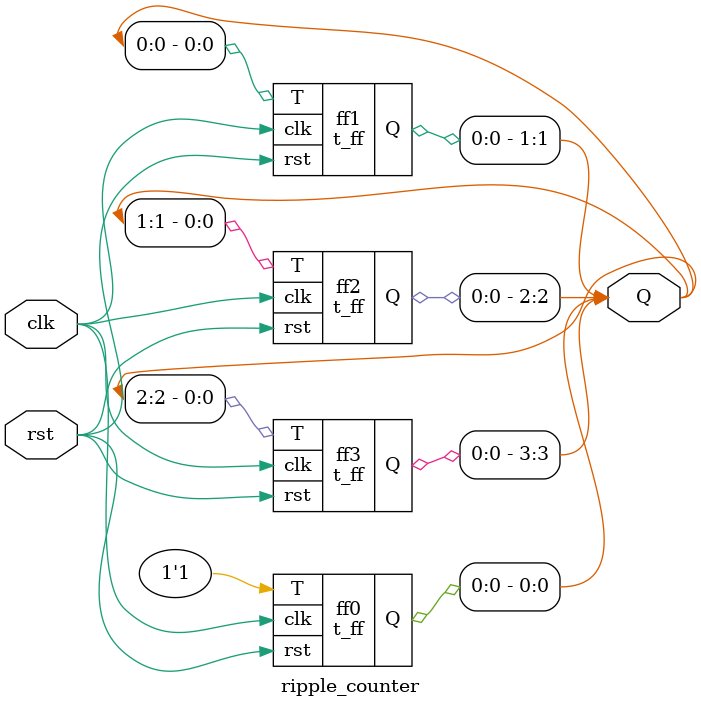
<source format=v>
module t_ff(input T, input clk, input rst, output reg Q);
    always @(posedge clk or posedge rst)
        if (rst) Q <= 0;
        else if (T) Q <= ~Q;
endmodule

module ripple_counter(input clk, input rst, output [3:0] Q);
    wire t1, t2, t3;
    t_ff ff0(1'b1, clk, rst, Q[0]);
    t_ff ff1(Q[0], clk, rst, Q[1]);
    t_ff ff2(Q[1], clk, rst, Q[2]);
    t_ff ff3(Q[2], clk, rst, Q[3]);
endmodule

</source>
